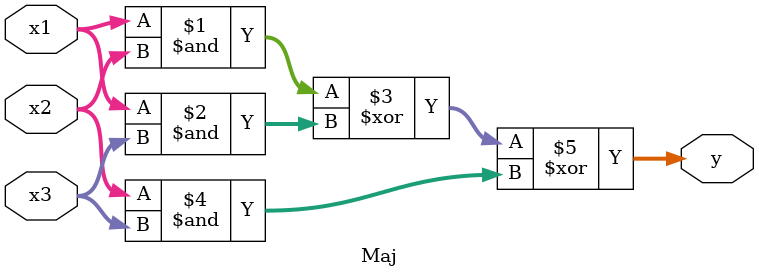
<source format=v>

module sha256_reg
  #(
    parameter P_WIDTH = 32,
    parameter P_INIT  = {P_WIDTH{1'b0}}
    )
  (
   input                clk     ,
   input                reset_n ,
   input  [P_WIDTH-1:0] D       ,
   output [P_WIDTH-1:0] Q
   ) ;

  reg [P_WIDTH-1:0] Q_tmp;
  always @(posedge clk or negedge reset_n) begin
    if (~reset_n)
      Q_tmp <= #1 P_INIT;
    else
      Q_tmp <= #1 D;
  end
  assign Q = Q_tmp;

endmodule // sha256_reg

module sha256_regx
  #(
    parameter P_WIDTH = 32,
    parameter P_INIT  = {P_WIDTH{1'b0}}
    )
  (
   input                clk,
   input                reset_n,
   input                en,
   input [P_WIDTH-1:0]  D,
   output [P_WIDTH-1:0] Q
   ) ;

  reg [P_WIDTH-1:0] Q_tmp;
  always @(posedge clk or negedge reset_n) begin
    if (~reset_n)
      Q_tmp <= #1 P_INIT;
    else
      Q_tmp <= #1 en ? D : Q_tmp;
  end
  assign Q = Q_tmp;

endmodule // sha256_reg

module ROTR
  (
   output [31:0] y,
   input  [31:0] x,
   input  [ 5:0] n
   );

  assign y = (x >> n) | (x << (32-n));

endmodule // ROTR

module SHR
  (
   output [31:0] y,
   input  [31:0] x,
   input  [ 5:0] n
   );

  assign y = (x >> n);

endmodule // SHR


module O0
  (
   output [31:0] y,
   input  [31:0] x
   );

  wire   [31:0] rotr7_y     ;
  wire   [31:0] rotr18_y    ;
  wire   [31:0] shr3_y      ;

  ROTR rotr7 (.x(x), .n(6'd07), .y(rotr7_y ));
  ROTR rotr18(.x(x), .n(6'd18), .y(rotr18_y));
  SHR  shr3  (.x(x), .n(6'd03), .y(shr3_y  ));

  assign y = rotr7_y ^ rotr18_y ^ shr3_y;

  // return ( ROTR(7, x) ^ ROTR(18, x ) ^ SHR(3, x) );
endmodule // O0


module O1
  (
   output [31:0] y,
   input  [31:0] x
   );

  wire   [31:0] rotr17_y    ;
  wire   [31:0] rotr19_y    ;
  wire   [31:0] shr10_y     ;

  ROTR rotr17 (.x(x), .n(6'd17 ), .y(rotr17_y ));
  ROTR rotr19 (.x(x), .n(6'd19 ), .y(rotr19_y ));
  SHR  shr10  (.x(x), .n(6'd10 ), .y(shr10_y  ));

  assign y = rotr17_y ^ rotr19_y ^ shr10_y;

endmodule // O0

module E0
  (
   output [31:0] y,
   input  [31:0] x
   );

  wire [31:0] y_rotr02;
  wire [31:0] y_rotr13;
  wire [31:0] y_rotr22;

  ROTR rotr02 (.x(x), .n(6'd02), .y(y_rotr02));
  ROTR rotr13 (.x(x), .n(6'd13), .y(y_rotr13));
  ROTR rotr22 (.x(x), .n(6'd22), .y(y_rotr22));

  assign y = y_rotr02 ^ y_rotr13 ^ y_rotr22;

endmodule // E0

module E1
  (
   output [31:0] y,
   input  [31:0] x
   );

  wire [31:0] y_rotr06;
  wire [31:0] y_rotr11;
  wire [31:0] y_rotr25;

  ROTR rotr06 (.x(x), .n(6'd06), .y(y_rotr06));
  ROTR rotr11 (.x(x), .n(6'd11), .y(y_rotr11));
  ROTR rotr25 (.x(x), .n(6'd25), .y(y_rotr25));

  assign y = y_rotr06 ^ y_rotr11 ^ y_rotr25;

endmodule // E1

module Ch
  (
   output [31:0] y,
   input  [31:0] x1,
   input  [31:0] x2,
   input  [31:0] x3
   );

  assign y = (x1 & x2) ^ (~x1 & x3);

endmodule // Ch

module Maj
  (
   output [31:0] y,
   input  [31:0] x1,
   input  [31:0] x2,
   input  [31:0] x3
   );

  assign y = (x1 & x2) ^ (x1 & x3) ^ (x2 & x3);

endmodule // Ch

</source>
